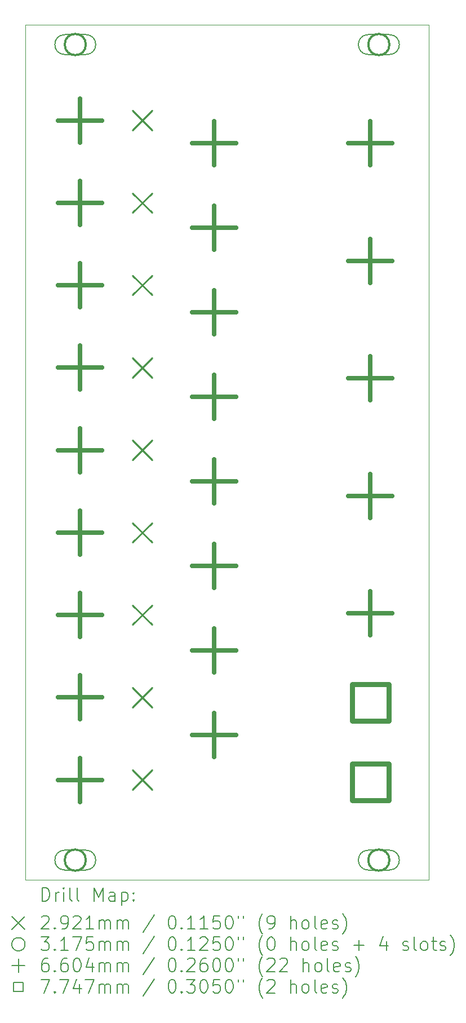
<source format=gbr>
%FSLAX45Y45*%
G04 Gerber Fmt 4.5, Leading zero omitted, Abs format (unit mm)*
G04 Created by KiCad (PCBNEW (5.99.0-11177-g6c67dfa032)) date 2021-08-04 17:18:42*
%MOMM*%
%LPD*%
G01*
G04 APERTURE LIST*
%TA.AperFunction,Profile*%
%ADD10C,0.100000*%
%TD*%
%ADD11C,0.200000*%
%ADD12C,0.292100*%
%ADD13C,0.317500*%
%ADD14C,0.660400*%
%ADD15C,0.774700*%
G04 APERTURE END LIST*
D10*
X0Y12850000D02*
X0Y0D01*
X0Y0D02*
X6060000Y0D01*
X0Y12850000D02*
X6060000Y12850000D01*
X6060000Y12850000D02*
X6060000Y0D01*
D11*
D12*
X1611410Y11555800D02*
X1903510Y11263700D01*
X1903510Y11555800D02*
X1611410Y11263700D01*
X1611410Y10317550D02*
X1903510Y10025450D01*
X1903510Y10317550D02*
X1611410Y10025450D01*
X1611410Y9079300D02*
X1903510Y8787200D01*
X1903510Y9079300D02*
X1611410Y8787200D01*
X1611410Y7841050D02*
X1903510Y7548950D01*
X1903510Y7841050D02*
X1611410Y7548950D01*
X1611410Y6602800D02*
X1903510Y6310700D01*
X1903510Y6602800D02*
X1611410Y6310700D01*
X1611410Y5364550D02*
X1903510Y5072450D01*
X1903510Y5364550D02*
X1611410Y5072450D01*
X1611410Y4126300D02*
X1903510Y3834200D01*
X1903510Y4126300D02*
X1611410Y3834200D01*
X1611410Y2888050D02*
X1903510Y2595950D01*
X1903510Y2888050D02*
X1611410Y2595950D01*
X1611410Y1649800D02*
X1903510Y1357700D01*
X1903510Y1649800D02*
X1611410Y1357700D01*
D13*
X908050Y12550280D02*
G75*
G03*
X908050Y12550280I-158750J0D01*
G01*
D11*
X590550Y12401530D02*
X908050Y12401530D01*
X590550Y12699030D02*
X908050Y12699030D01*
X908050Y12401530D02*
G75*
G03*
X908050Y12699030I0J148750D01*
G01*
X590550Y12699030D02*
G75*
G03*
X590550Y12401530I0J-148750D01*
G01*
D13*
X908050Y299720D02*
G75*
G03*
X908050Y299720I-158750J0D01*
G01*
D11*
X590550Y150970D02*
X908050Y150970D01*
X590550Y448470D02*
X908050Y448470D01*
X908050Y150970D02*
G75*
G03*
X908050Y448470I0J148750D01*
G01*
X590550Y448470D02*
G75*
G03*
X590550Y150970I0J-148750D01*
G01*
D13*
X5469450Y12550280D02*
G75*
G03*
X5469450Y12550280I-158750J0D01*
G01*
D11*
X5151950Y12401530D02*
X5469450Y12401530D01*
X5151950Y12699030D02*
X5469450Y12699030D01*
X5469450Y12401530D02*
G75*
G03*
X5469450Y12699030I0J148750D01*
G01*
X5151950Y12699030D02*
G75*
G03*
X5151950Y12401530I0J-148750D01*
G01*
D13*
X5469450Y299720D02*
G75*
G03*
X5469450Y299720I-158750J0D01*
G01*
D11*
X5151950Y150970D02*
X5469450Y150970D01*
X5151950Y448470D02*
X5469450Y448470D01*
X5469450Y150970D02*
G75*
G03*
X5469450Y448470I0J148750D01*
G01*
X5151950Y448470D02*
G75*
G03*
X5151950Y150970I0J-148750D01*
G01*
D14*
X824400Y11739950D02*
X824400Y11079550D01*
X494200Y11409750D02*
X1154600Y11409750D01*
X824400Y10501700D02*
X824400Y9841300D01*
X494200Y10171500D02*
X1154600Y10171500D01*
X824400Y9263450D02*
X824400Y8603050D01*
X494200Y8933250D02*
X1154600Y8933250D01*
X824400Y8025200D02*
X824400Y7364800D01*
X494200Y7695000D02*
X1154600Y7695000D01*
X824400Y6786950D02*
X824400Y6126550D01*
X494200Y6456750D02*
X1154600Y6456750D01*
X824400Y5548700D02*
X824400Y4888300D01*
X494200Y5218500D02*
X1154600Y5218500D01*
X824400Y4310450D02*
X824400Y3650050D01*
X494200Y3980250D02*
X1154600Y3980250D01*
X824400Y3072200D02*
X824400Y2411800D01*
X494200Y2742000D02*
X1154600Y2742000D01*
X824400Y1833950D02*
X824400Y1173550D01*
X494200Y1503750D02*
X1154600Y1503750D01*
X2834420Y11395780D02*
X2834420Y10735380D01*
X2504220Y11065580D02*
X3164620Y11065580D01*
X2834420Y10125780D02*
X2834420Y9465380D01*
X2504220Y9795580D02*
X3164620Y9795580D01*
X2834420Y8855780D02*
X2834420Y8195380D01*
X2504220Y8525580D02*
X3164620Y8525580D01*
X2834420Y7585780D02*
X2834420Y6925380D01*
X2504220Y7255580D02*
X3164620Y7255580D01*
X2834420Y6315780D02*
X2834420Y5655380D01*
X2504220Y5985580D02*
X3164620Y5985580D01*
X2834420Y5045780D02*
X2834420Y4385380D01*
X2504220Y4715580D02*
X3164620Y4715580D01*
X2834420Y3775780D02*
X2834420Y3115380D01*
X2504220Y3445580D02*
X3164620Y3445580D01*
X2834420Y2505780D02*
X2834420Y1845380D01*
X2504220Y2175580D02*
X3164620Y2175580D01*
X5183920Y11395780D02*
X5183920Y10735380D01*
X4853720Y11065580D02*
X5514120Y11065580D01*
X5183920Y9630480D02*
X5183920Y8970080D01*
X4853720Y9300280D02*
X5514120Y9300280D01*
X5183920Y7865180D02*
X5183920Y7204780D01*
X4853720Y7534980D02*
X5514120Y7534980D01*
X5183920Y6099880D02*
X5183920Y5439480D01*
X4853720Y5769680D02*
X5514120Y5769680D01*
X5183920Y4334580D02*
X5183920Y3674180D01*
X4853720Y4004380D02*
X5514120Y4004380D01*
D15*
X5457820Y2389360D02*
X5457820Y2937160D01*
X4910020Y2937160D01*
X4910020Y2389360D01*
X5457820Y2389360D01*
X5457820Y1195560D02*
X5457820Y1743360D01*
X4910020Y1743360D01*
X4910020Y1195560D01*
X5457820Y1195560D01*
D11*
X252619Y-315476D02*
X252619Y-115476D01*
X300238Y-115476D01*
X328810Y-125000D01*
X347857Y-144048D01*
X357381Y-163095D01*
X366905Y-201190D01*
X366905Y-229762D01*
X357381Y-267857D01*
X347857Y-286905D01*
X328810Y-305952D01*
X300238Y-315476D01*
X252619Y-315476D01*
X452619Y-315476D02*
X452619Y-182143D01*
X452619Y-220238D02*
X462143Y-201190D01*
X471667Y-191667D01*
X490714Y-182143D01*
X509762Y-182143D01*
X576429Y-315476D02*
X576429Y-182143D01*
X576429Y-115476D02*
X566905Y-125000D01*
X576429Y-134524D01*
X585952Y-125000D01*
X576429Y-115476D01*
X576429Y-134524D01*
X700238Y-315476D02*
X681190Y-305952D01*
X671667Y-286905D01*
X671667Y-115476D01*
X805000Y-315476D02*
X785952Y-305952D01*
X776428Y-286905D01*
X776428Y-115476D01*
X1033571Y-315476D02*
X1033571Y-115476D01*
X1100238Y-258333D01*
X1166905Y-115476D01*
X1166905Y-315476D01*
X1347857Y-315476D02*
X1347857Y-210714D01*
X1338333Y-191667D01*
X1319286Y-182143D01*
X1281190Y-182143D01*
X1262143Y-191667D01*
X1347857Y-305952D02*
X1328810Y-315476D01*
X1281190Y-315476D01*
X1262143Y-305952D01*
X1252619Y-286905D01*
X1252619Y-267857D01*
X1262143Y-248809D01*
X1281190Y-239286D01*
X1328810Y-239286D01*
X1347857Y-229762D01*
X1443095Y-182143D02*
X1443095Y-382143D01*
X1443095Y-191667D02*
X1462143Y-182143D01*
X1500238Y-182143D01*
X1519286Y-191667D01*
X1528809Y-201190D01*
X1538333Y-220238D01*
X1538333Y-277381D01*
X1528809Y-296429D01*
X1519286Y-305952D01*
X1500238Y-315476D01*
X1462143Y-315476D01*
X1443095Y-305952D01*
X1624048Y-296429D02*
X1633571Y-305952D01*
X1624048Y-315476D01*
X1614524Y-305952D01*
X1624048Y-296429D01*
X1624048Y-315476D01*
X1624048Y-191667D02*
X1633571Y-201190D01*
X1624048Y-210714D01*
X1614524Y-201190D01*
X1624048Y-191667D01*
X1624048Y-210714D01*
X-205000Y-545000D02*
X-5000Y-745000D01*
X-5000Y-545000D02*
X-205000Y-745000D01*
X243095Y-554524D02*
X252619Y-545000D01*
X271667Y-535476D01*
X319286Y-535476D01*
X338333Y-545000D01*
X347857Y-554524D01*
X357381Y-573571D01*
X357381Y-592619D01*
X347857Y-621190D01*
X233571Y-735476D01*
X357381Y-735476D01*
X443095Y-716428D02*
X452619Y-725952D01*
X443095Y-735476D01*
X433571Y-725952D01*
X443095Y-716428D01*
X443095Y-735476D01*
X547857Y-735476D02*
X585952Y-735476D01*
X605000Y-725952D01*
X614524Y-716428D01*
X633571Y-687857D01*
X643095Y-649762D01*
X643095Y-573571D01*
X633571Y-554524D01*
X624048Y-545000D01*
X605000Y-535476D01*
X566905Y-535476D01*
X547857Y-545000D01*
X538333Y-554524D01*
X528810Y-573571D01*
X528810Y-621190D01*
X538333Y-640238D01*
X547857Y-649762D01*
X566905Y-659286D01*
X605000Y-659286D01*
X624048Y-649762D01*
X633571Y-640238D01*
X643095Y-621190D01*
X719286Y-554524D02*
X728809Y-545000D01*
X747857Y-535476D01*
X795476Y-535476D01*
X814524Y-545000D01*
X824048Y-554524D01*
X833571Y-573571D01*
X833571Y-592619D01*
X824048Y-621190D01*
X709762Y-735476D01*
X833571Y-735476D01*
X1024048Y-735476D02*
X909762Y-735476D01*
X966905Y-735476D02*
X966905Y-535476D01*
X947857Y-564048D01*
X928809Y-583095D01*
X909762Y-592619D01*
X1109762Y-735476D02*
X1109762Y-602143D01*
X1109762Y-621190D02*
X1119286Y-611667D01*
X1138333Y-602143D01*
X1166905Y-602143D01*
X1185952Y-611667D01*
X1195476Y-630714D01*
X1195476Y-735476D01*
X1195476Y-630714D02*
X1205000Y-611667D01*
X1224048Y-602143D01*
X1252619Y-602143D01*
X1271667Y-611667D01*
X1281190Y-630714D01*
X1281190Y-735476D01*
X1376429Y-735476D02*
X1376429Y-602143D01*
X1376429Y-621190D02*
X1385952Y-611667D01*
X1405000Y-602143D01*
X1433571Y-602143D01*
X1452619Y-611667D01*
X1462143Y-630714D01*
X1462143Y-735476D01*
X1462143Y-630714D02*
X1471667Y-611667D01*
X1490714Y-602143D01*
X1519286Y-602143D01*
X1538333Y-611667D01*
X1547857Y-630714D01*
X1547857Y-735476D01*
X1938333Y-525952D02*
X1766905Y-783095D01*
X2195476Y-535476D02*
X2214524Y-535476D01*
X2233571Y-545000D01*
X2243095Y-554524D01*
X2252619Y-573571D01*
X2262143Y-611667D01*
X2262143Y-659286D01*
X2252619Y-697381D01*
X2243095Y-716428D01*
X2233571Y-725952D01*
X2214524Y-735476D01*
X2195476Y-735476D01*
X2176429Y-725952D01*
X2166905Y-716428D01*
X2157381Y-697381D01*
X2147857Y-659286D01*
X2147857Y-611667D01*
X2157381Y-573571D01*
X2166905Y-554524D01*
X2176429Y-545000D01*
X2195476Y-535476D01*
X2347857Y-716428D02*
X2357381Y-725952D01*
X2347857Y-735476D01*
X2338333Y-725952D01*
X2347857Y-716428D01*
X2347857Y-735476D01*
X2547857Y-735476D02*
X2433571Y-735476D01*
X2490714Y-735476D02*
X2490714Y-535476D01*
X2471667Y-564048D01*
X2452619Y-583095D01*
X2433571Y-592619D01*
X2738333Y-735476D02*
X2624048Y-735476D01*
X2681190Y-735476D02*
X2681190Y-535476D01*
X2662143Y-564048D01*
X2643095Y-583095D01*
X2624048Y-592619D01*
X2919286Y-535476D02*
X2824048Y-535476D01*
X2814524Y-630714D01*
X2824048Y-621190D01*
X2843095Y-611667D01*
X2890714Y-611667D01*
X2909762Y-621190D01*
X2919286Y-630714D01*
X2928809Y-649762D01*
X2928809Y-697381D01*
X2919286Y-716428D01*
X2909762Y-725952D01*
X2890714Y-735476D01*
X2843095Y-735476D01*
X2824048Y-725952D01*
X2814524Y-716428D01*
X3052619Y-535476D02*
X3071667Y-535476D01*
X3090714Y-545000D01*
X3100238Y-554524D01*
X3109762Y-573571D01*
X3119286Y-611667D01*
X3119286Y-659286D01*
X3109762Y-697381D01*
X3100238Y-716428D01*
X3090714Y-725952D01*
X3071667Y-735476D01*
X3052619Y-735476D01*
X3033571Y-725952D01*
X3024048Y-716428D01*
X3014524Y-697381D01*
X3005000Y-659286D01*
X3005000Y-611667D01*
X3014524Y-573571D01*
X3024048Y-554524D01*
X3033571Y-545000D01*
X3052619Y-535476D01*
X3195476Y-535476D02*
X3195476Y-573571D01*
X3271667Y-535476D02*
X3271667Y-573571D01*
X3566905Y-811667D02*
X3557381Y-802143D01*
X3538333Y-773571D01*
X3528809Y-754524D01*
X3519286Y-725952D01*
X3509762Y-678333D01*
X3509762Y-640238D01*
X3519286Y-592619D01*
X3528809Y-564048D01*
X3538333Y-545000D01*
X3557381Y-516428D01*
X3566905Y-506905D01*
X3652619Y-735476D02*
X3690714Y-735476D01*
X3709762Y-725952D01*
X3719286Y-716428D01*
X3738333Y-687857D01*
X3747857Y-649762D01*
X3747857Y-573571D01*
X3738333Y-554524D01*
X3728809Y-545000D01*
X3709762Y-535476D01*
X3671667Y-535476D01*
X3652619Y-545000D01*
X3643095Y-554524D01*
X3633571Y-573571D01*
X3633571Y-621190D01*
X3643095Y-640238D01*
X3652619Y-649762D01*
X3671667Y-659286D01*
X3709762Y-659286D01*
X3728809Y-649762D01*
X3738333Y-640238D01*
X3747857Y-621190D01*
X3985952Y-735476D02*
X3985952Y-535476D01*
X4071667Y-735476D02*
X4071667Y-630714D01*
X4062143Y-611667D01*
X4043095Y-602143D01*
X4014524Y-602143D01*
X3995476Y-611667D01*
X3985952Y-621190D01*
X4195476Y-735476D02*
X4176428Y-725952D01*
X4166905Y-716428D01*
X4157381Y-697381D01*
X4157381Y-640238D01*
X4166905Y-621190D01*
X4176428Y-611667D01*
X4195476Y-602143D01*
X4224048Y-602143D01*
X4243095Y-611667D01*
X4252619Y-621190D01*
X4262143Y-640238D01*
X4262143Y-697381D01*
X4252619Y-716428D01*
X4243095Y-725952D01*
X4224048Y-735476D01*
X4195476Y-735476D01*
X4376429Y-735476D02*
X4357381Y-725952D01*
X4347857Y-706905D01*
X4347857Y-535476D01*
X4528810Y-725952D02*
X4509762Y-735476D01*
X4471667Y-735476D01*
X4452619Y-725952D01*
X4443095Y-706905D01*
X4443095Y-630714D01*
X4452619Y-611667D01*
X4471667Y-602143D01*
X4509762Y-602143D01*
X4528810Y-611667D01*
X4538333Y-630714D01*
X4538333Y-649762D01*
X4443095Y-668810D01*
X4614524Y-725952D02*
X4633571Y-735476D01*
X4671667Y-735476D01*
X4690714Y-725952D01*
X4700238Y-706905D01*
X4700238Y-697381D01*
X4690714Y-678333D01*
X4671667Y-668810D01*
X4643095Y-668810D01*
X4624048Y-659286D01*
X4614524Y-640238D01*
X4614524Y-630714D01*
X4624048Y-611667D01*
X4643095Y-602143D01*
X4671667Y-602143D01*
X4690714Y-611667D01*
X4766905Y-811667D02*
X4776429Y-802143D01*
X4795476Y-773571D01*
X4805000Y-754524D01*
X4814524Y-725952D01*
X4824048Y-678333D01*
X4824048Y-640238D01*
X4814524Y-592619D01*
X4805000Y-564048D01*
X4795476Y-545000D01*
X4776429Y-516428D01*
X4766905Y-506905D01*
X-5000Y-965000D02*
G75*
G03*
X-5000Y-965000I-100000J0D01*
G01*
X233571Y-855476D02*
X357381Y-855476D01*
X290714Y-931667D01*
X319286Y-931667D01*
X338333Y-941190D01*
X347857Y-950714D01*
X357381Y-969762D01*
X357381Y-1017381D01*
X347857Y-1036428D01*
X338333Y-1045952D01*
X319286Y-1055476D01*
X262143Y-1055476D01*
X243095Y-1045952D01*
X233571Y-1036428D01*
X443095Y-1036428D02*
X452619Y-1045952D01*
X443095Y-1055476D01*
X433571Y-1045952D01*
X443095Y-1036428D01*
X443095Y-1055476D01*
X643095Y-1055476D02*
X528810Y-1055476D01*
X585952Y-1055476D02*
X585952Y-855476D01*
X566905Y-884048D01*
X547857Y-903095D01*
X528810Y-912619D01*
X709762Y-855476D02*
X843095Y-855476D01*
X757381Y-1055476D01*
X1014524Y-855476D02*
X919286Y-855476D01*
X909762Y-950714D01*
X919286Y-941190D01*
X938333Y-931667D01*
X985952Y-931667D01*
X1005000Y-941190D01*
X1014524Y-950714D01*
X1024048Y-969762D01*
X1024048Y-1017381D01*
X1014524Y-1036428D01*
X1005000Y-1045952D01*
X985952Y-1055476D01*
X938333Y-1055476D01*
X919286Y-1045952D01*
X909762Y-1036428D01*
X1109762Y-1055476D02*
X1109762Y-922143D01*
X1109762Y-941190D02*
X1119286Y-931667D01*
X1138333Y-922143D01*
X1166905Y-922143D01*
X1185952Y-931667D01*
X1195476Y-950714D01*
X1195476Y-1055476D01*
X1195476Y-950714D02*
X1205000Y-931667D01*
X1224048Y-922143D01*
X1252619Y-922143D01*
X1271667Y-931667D01*
X1281190Y-950714D01*
X1281190Y-1055476D01*
X1376429Y-1055476D02*
X1376429Y-922143D01*
X1376429Y-941190D02*
X1385952Y-931667D01*
X1405000Y-922143D01*
X1433571Y-922143D01*
X1452619Y-931667D01*
X1462143Y-950714D01*
X1462143Y-1055476D01*
X1462143Y-950714D02*
X1471667Y-931667D01*
X1490714Y-922143D01*
X1519286Y-922143D01*
X1538333Y-931667D01*
X1547857Y-950714D01*
X1547857Y-1055476D01*
X1938333Y-845952D02*
X1766905Y-1103095D01*
X2195476Y-855476D02*
X2214524Y-855476D01*
X2233571Y-865000D01*
X2243095Y-874524D01*
X2252619Y-893571D01*
X2262143Y-931667D01*
X2262143Y-979286D01*
X2252619Y-1017381D01*
X2243095Y-1036428D01*
X2233571Y-1045952D01*
X2214524Y-1055476D01*
X2195476Y-1055476D01*
X2176429Y-1045952D01*
X2166905Y-1036428D01*
X2157381Y-1017381D01*
X2147857Y-979286D01*
X2147857Y-931667D01*
X2157381Y-893571D01*
X2166905Y-874524D01*
X2176429Y-865000D01*
X2195476Y-855476D01*
X2347857Y-1036428D02*
X2357381Y-1045952D01*
X2347857Y-1055476D01*
X2338333Y-1045952D01*
X2347857Y-1036428D01*
X2347857Y-1055476D01*
X2547857Y-1055476D02*
X2433571Y-1055476D01*
X2490714Y-1055476D02*
X2490714Y-855476D01*
X2471667Y-884048D01*
X2452619Y-903095D01*
X2433571Y-912619D01*
X2624048Y-874524D02*
X2633571Y-865000D01*
X2652619Y-855476D01*
X2700238Y-855476D01*
X2719286Y-865000D01*
X2728810Y-874524D01*
X2738333Y-893571D01*
X2738333Y-912619D01*
X2728810Y-941190D01*
X2614524Y-1055476D01*
X2738333Y-1055476D01*
X2919286Y-855476D02*
X2824048Y-855476D01*
X2814524Y-950714D01*
X2824048Y-941190D01*
X2843095Y-931667D01*
X2890714Y-931667D01*
X2909762Y-941190D01*
X2919286Y-950714D01*
X2928809Y-969762D01*
X2928809Y-1017381D01*
X2919286Y-1036428D01*
X2909762Y-1045952D01*
X2890714Y-1055476D01*
X2843095Y-1055476D01*
X2824048Y-1045952D01*
X2814524Y-1036428D01*
X3052619Y-855476D02*
X3071667Y-855476D01*
X3090714Y-865000D01*
X3100238Y-874524D01*
X3109762Y-893571D01*
X3119286Y-931667D01*
X3119286Y-979286D01*
X3109762Y-1017381D01*
X3100238Y-1036428D01*
X3090714Y-1045952D01*
X3071667Y-1055476D01*
X3052619Y-1055476D01*
X3033571Y-1045952D01*
X3024048Y-1036428D01*
X3014524Y-1017381D01*
X3005000Y-979286D01*
X3005000Y-931667D01*
X3014524Y-893571D01*
X3024048Y-874524D01*
X3033571Y-865000D01*
X3052619Y-855476D01*
X3195476Y-855476D02*
X3195476Y-893571D01*
X3271667Y-855476D02*
X3271667Y-893571D01*
X3566905Y-1131667D02*
X3557381Y-1122143D01*
X3538333Y-1093571D01*
X3528809Y-1074524D01*
X3519286Y-1045952D01*
X3509762Y-998333D01*
X3509762Y-960238D01*
X3519286Y-912619D01*
X3528809Y-884048D01*
X3538333Y-865000D01*
X3557381Y-836428D01*
X3566905Y-826905D01*
X3681190Y-855476D02*
X3700238Y-855476D01*
X3719286Y-865000D01*
X3728809Y-874524D01*
X3738333Y-893571D01*
X3747857Y-931667D01*
X3747857Y-979286D01*
X3738333Y-1017381D01*
X3728809Y-1036428D01*
X3719286Y-1045952D01*
X3700238Y-1055476D01*
X3681190Y-1055476D01*
X3662143Y-1045952D01*
X3652619Y-1036428D01*
X3643095Y-1017381D01*
X3633571Y-979286D01*
X3633571Y-931667D01*
X3643095Y-893571D01*
X3652619Y-874524D01*
X3662143Y-865000D01*
X3681190Y-855476D01*
X3985952Y-1055476D02*
X3985952Y-855476D01*
X4071667Y-1055476D02*
X4071667Y-950714D01*
X4062143Y-931667D01*
X4043095Y-922143D01*
X4014524Y-922143D01*
X3995476Y-931667D01*
X3985952Y-941190D01*
X4195476Y-1055476D02*
X4176428Y-1045952D01*
X4166905Y-1036428D01*
X4157381Y-1017381D01*
X4157381Y-960238D01*
X4166905Y-941190D01*
X4176428Y-931667D01*
X4195476Y-922143D01*
X4224048Y-922143D01*
X4243095Y-931667D01*
X4252619Y-941190D01*
X4262143Y-960238D01*
X4262143Y-1017381D01*
X4252619Y-1036428D01*
X4243095Y-1045952D01*
X4224048Y-1055476D01*
X4195476Y-1055476D01*
X4376429Y-1055476D02*
X4357381Y-1045952D01*
X4347857Y-1026905D01*
X4347857Y-855476D01*
X4528810Y-1045952D02*
X4509762Y-1055476D01*
X4471667Y-1055476D01*
X4452619Y-1045952D01*
X4443095Y-1026905D01*
X4443095Y-950714D01*
X4452619Y-931667D01*
X4471667Y-922143D01*
X4509762Y-922143D01*
X4528810Y-931667D01*
X4538333Y-950714D01*
X4538333Y-969762D01*
X4443095Y-988809D01*
X4614524Y-1045952D02*
X4633571Y-1055476D01*
X4671667Y-1055476D01*
X4690714Y-1045952D01*
X4700238Y-1026905D01*
X4700238Y-1017381D01*
X4690714Y-998333D01*
X4671667Y-988809D01*
X4643095Y-988809D01*
X4624048Y-979286D01*
X4614524Y-960238D01*
X4614524Y-950714D01*
X4624048Y-931667D01*
X4643095Y-922143D01*
X4671667Y-922143D01*
X4690714Y-931667D01*
X4938333Y-979286D02*
X5090714Y-979286D01*
X5014524Y-1055476D02*
X5014524Y-903095D01*
X5424048Y-922143D02*
X5424048Y-1055476D01*
X5376429Y-845952D02*
X5328810Y-988809D01*
X5452619Y-988809D01*
X5671667Y-1045952D02*
X5690714Y-1055476D01*
X5728809Y-1055476D01*
X5747857Y-1045952D01*
X5757381Y-1026905D01*
X5757381Y-1017381D01*
X5747857Y-998333D01*
X5728809Y-988809D01*
X5700238Y-988809D01*
X5681190Y-979286D01*
X5671667Y-960238D01*
X5671667Y-950714D01*
X5681190Y-931667D01*
X5700238Y-922143D01*
X5728809Y-922143D01*
X5747857Y-931667D01*
X5871667Y-1055476D02*
X5852619Y-1045952D01*
X5843095Y-1026905D01*
X5843095Y-855476D01*
X5976428Y-1055476D02*
X5957381Y-1045952D01*
X5947857Y-1036428D01*
X5938333Y-1017381D01*
X5938333Y-960238D01*
X5947857Y-941190D01*
X5957381Y-931667D01*
X5976428Y-922143D01*
X6005000Y-922143D01*
X6024048Y-931667D01*
X6033571Y-941190D01*
X6043095Y-960238D01*
X6043095Y-1017381D01*
X6033571Y-1036428D01*
X6024048Y-1045952D01*
X6005000Y-1055476D01*
X5976428Y-1055476D01*
X6100238Y-922143D02*
X6176428Y-922143D01*
X6128809Y-855476D02*
X6128809Y-1026905D01*
X6138333Y-1045952D01*
X6157381Y-1055476D01*
X6176428Y-1055476D01*
X6233571Y-1045952D02*
X6252619Y-1055476D01*
X6290714Y-1055476D01*
X6309762Y-1045952D01*
X6319286Y-1026905D01*
X6319286Y-1017381D01*
X6309762Y-998333D01*
X6290714Y-988809D01*
X6262143Y-988809D01*
X6243095Y-979286D01*
X6233571Y-960238D01*
X6233571Y-950714D01*
X6243095Y-931667D01*
X6262143Y-922143D01*
X6290714Y-922143D01*
X6309762Y-931667D01*
X6385952Y-1131667D02*
X6395476Y-1122143D01*
X6414524Y-1093571D01*
X6424048Y-1074524D01*
X6433571Y-1045952D01*
X6443095Y-998333D01*
X6443095Y-960238D01*
X6433571Y-912619D01*
X6424048Y-884048D01*
X6414524Y-865000D01*
X6395476Y-836428D01*
X6385952Y-826905D01*
X-105000Y-1185000D02*
X-105000Y-1385000D01*
X-205000Y-1285000D02*
X-5000Y-1285000D01*
X338333Y-1175476D02*
X300238Y-1175476D01*
X281190Y-1185000D01*
X271667Y-1194524D01*
X252619Y-1223095D01*
X243095Y-1261190D01*
X243095Y-1337381D01*
X252619Y-1356429D01*
X262143Y-1365952D01*
X281190Y-1375476D01*
X319286Y-1375476D01*
X338333Y-1365952D01*
X347857Y-1356429D01*
X357381Y-1337381D01*
X357381Y-1289762D01*
X347857Y-1270714D01*
X338333Y-1261190D01*
X319286Y-1251667D01*
X281190Y-1251667D01*
X262143Y-1261190D01*
X252619Y-1270714D01*
X243095Y-1289762D01*
X443095Y-1356429D02*
X452619Y-1365952D01*
X443095Y-1375476D01*
X433571Y-1365952D01*
X443095Y-1356429D01*
X443095Y-1375476D01*
X624048Y-1175476D02*
X585952Y-1175476D01*
X566905Y-1185000D01*
X557381Y-1194524D01*
X538333Y-1223095D01*
X528810Y-1261190D01*
X528810Y-1337381D01*
X538333Y-1356429D01*
X547857Y-1365952D01*
X566905Y-1375476D01*
X605000Y-1375476D01*
X624048Y-1365952D01*
X633571Y-1356429D01*
X643095Y-1337381D01*
X643095Y-1289762D01*
X633571Y-1270714D01*
X624048Y-1261190D01*
X605000Y-1251667D01*
X566905Y-1251667D01*
X547857Y-1261190D01*
X538333Y-1270714D01*
X528810Y-1289762D01*
X766905Y-1175476D02*
X785952Y-1175476D01*
X805000Y-1185000D01*
X814524Y-1194524D01*
X824048Y-1213571D01*
X833571Y-1251667D01*
X833571Y-1299286D01*
X824048Y-1337381D01*
X814524Y-1356429D01*
X805000Y-1365952D01*
X785952Y-1375476D01*
X766905Y-1375476D01*
X747857Y-1365952D01*
X738333Y-1356429D01*
X728809Y-1337381D01*
X719286Y-1299286D01*
X719286Y-1251667D01*
X728809Y-1213571D01*
X738333Y-1194524D01*
X747857Y-1185000D01*
X766905Y-1175476D01*
X1005000Y-1242143D02*
X1005000Y-1375476D01*
X957381Y-1165952D02*
X909762Y-1308810D01*
X1033571Y-1308810D01*
X1109762Y-1375476D02*
X1109762Y-1242143D01*
X1109762Y-1261190D02*
X1119286Y-1251667D01*
X1138333Y-1242143D01*
X1166905Y-1242143D01*
X1185952Y-1251667D01*
X1195476Y-1270714D01*
X1195476Y-1375476D01*
X1195476Y-1270714D02*
X1205000Y-1251667D01*
X1224048Y-1242143D01*
X1252619Y-1242143D01*
X1271667Y-1251667D01*
X1281190Y-1270714D01*
X1281190Y-1375476D01*
X1376429Y-1375476D02*
X1376429Y-1242143D01*
X1376429Y-1261190D02*
X1385952Y-1251667D01*
X1405000Y-1242143D01*
X1433571Y-1242143D01*
X1452619Y-1251667D01*
X1462143Y-1270714D01*
X1462143Y-1375476D01*
X1462143Y-1270714D02*
X1471667Y-1251667D01*
X1490714Y-1242143D01*
X1519286Y-1242143D01*
X1538333Y-1251667D01*
X1547857Y-1270714D01*
X1547857Y-1375476D01*
X1938333Y-1165952D02*
X1766905Y-1423095D01*
X2195476Y-1175476D02*
X2214524Y-1175476D01*
X2233571Y-1185000D01*
X2243095Y-1194524D01*
X2252619Y-1213571D01*
X2262143Y-1251667D01*
X2262143Y-1299286D01*
X2252619Y-1337381D01*
X2243095Y-1356429D01*
X2233571Y-1365952D01*
X2214524Y-1375476D01*
X2195476Y-1375476D01*
X2176429Y-1365952D01*
X2166905Y-1356429D01*
X2157381Y-1337381D01*
X2147857Y-1299286D01*
X2147857Y-1251667D01*
X2157381Y-1213571D01*
X2166905Y-1194524D01*
X2176429Y-1185000D01*
X2195476Y-1175476D01*
X2347857Y-1356429D02*
X2357381Y-1365952D01*
X2347857Y-1375476D01*
X2338333Y-1365952D01*
X2347857Y-1356429D01*
X2347857Y-1375476D01*
X2433571Y-1194524D02*
X2443095Y-1185000D01*
X2462143Y-1175476D01*
X2509762Y-1175476D01*
X2528810Y-1185000D01*
X2538333Y-1194524D01*
X2547857Y-1213571D01*
X2547857Y-1232619D01*
X2538333Y-1261190D01*
X2424048Y-1375476D01*
X2547857Y-1375476D01*
X2719286Y-1175476D02*
X2681190Y-1175476D01*
X2662143Y-1185000D01*
X2652619Y-1194524D01*
X2633571Y-1223095D01*
X2624048Y-1261190D01*
X2624048Y-1337381D01*
X2633571Y-1356429D01*
X2643095Y-1365952D01*
X2662143Y-1375476D01*
X2700238Y-1375476D01*
X2719286Y-1365952D01*
X2728810Y-1356429D01*
X2738333Y-1337381D01*
X2738333Y-1289762D01*
X2728810Y-1270714D01*
X2719286Y-1261190D01*
X2700238Y-1251667D01*
X2662143Y-1251667D01*
X2643095Y-1261190D01*
X2633571Y-1270714D01*
X2624048Y-1289762D01*
X2862143Y-1175476D02*
X2881190Y-1175476D01*
X2900238Y-1185000D01*
X2909762Y-1194524D01*
X2919286Y-1213571D01*
X2928809Y-1251667D01*
X2928809Y-1299286D01*
X2919286Y-1337381D01*
X2909762Y-1356429D01*
X2900238Y-1365952D01*
X2881190Y-1375476D01*
X2862143Y-1375476D01*
X2843095Y-1365952D01*
X2833571Y-1356429D01*
X2824048Y-1337381D01*
X2814524Y-1299286D01*
X2814524Y-1251667D01*
X2824048Y-1213571D01*
X2833571Y-1194524D01*
X2843095Y-1185000D01*
X2862143Y-1175476D01*
X3052619Y-1175476D02*
X3071667Y-1175476D01*
X3090714Y-1185000D01*
X3100238Y-1194524D01*
X3109762Y-1213571D01*
X3119286Y-1251667D01*
X3119286Y-1299286D01*
X3109762Y-1337381D01*
X3100238Y-1356429D01*
X3090714Y-1365952D01*
X3071667Y-1375476D01*
X3052619Y-1375476D01*
X3033571Y-1365952D01*
X3024048Y-1356429D01*
X3014524Y-1337381D01*
X3005000Y-1299286D01*
X3005000Y-1251667D01*
X3014524Y-1213571D01*
X3024048Y-1194524D01*
X3033571Y-1185000D01*
X3052619Y-1175476D01*
X3195476Y-1175476D02*
X3195476Y-1213571D01*
X3271667Y-1175476D02*
X3271667Y-1213571D01*
X3566905Y-1451667D02*
X3557381Y-1442143D01*
X3538333Y-1413571D01*
X3528809Y-1394524D01*
X3519286Y-1365952D01*
X3509762Y-1318333D01*
X3509762Y-1280238D01*
X3519286Y-1232619D01*
X3528809Y-1204048D01*
X3538333Y-1185000D01*
X3557381Y-1156429D01*
X3566905Y-1146905D01*
X3633571Y-1194524D02*
X3643095Y-1185000D01*
X3662143Y-1175476D01*
X3709762Y-1175476D01*
X3728809Y-1185000D01*
X3738333Y-1194524D01*
X3747857Y-1213571D01*
X3747857Y-1232619D01*
X3738333Y-1261190D01*
X3624048Y-1375476D01*
X3747857Y-1375476D01*
X3824048Y-1194524D02*
X3833571Y-1185000D01*
X3852619Y-1175476D01*
X3900238Y-1175476D01*
X3919286Y-1185000D01*
X3928809Y-1194524D01*
X3938333Y-1213571D01*
X3938333Y-1232619D01*
X3928809Y-1261190D01*
X3814524Y-1375476D01*
X3938333Y-1375476D01*
X4176428Y-1375476D02*
X4176428Y-1175476D01*
X4262143Y-1375476D02*
X4262143Y-1270714D01*
X4252619Y-1251667D01*
X4233571Y-1242143D01*
X4205000Y-1242143D01*
X4185952Y-1251667D01*
X4176428Y-1261190D01*
X4385952Y-1375476D02*
X4366905Y-1365952D01*
X4357381Y-1356429D01*
X4347857Y-1337381D01*
X4347857Y-1280238D01*
X4357381Y-1261190D01*
X4366905Y-1251667D01*
X4385952Y-1242143D01*
X4414524Y-1242143D01*
X4433571Y-1251667D01*
X4443095Y-1261190D01*
X4452619Y-1280238D01*
X4452619Y-1337381D01*
X4443095Y-1356429D01*
X4433571Y-1365952D01*
X4414524Y-1375476D01*
X4385952Y-1375476D01*
X4566905Y-1375476D02*
X4547857Y-1365952D01*
X4538333Y-1346905D01*
X4538333Y-1175476D01*
X4719286Y-1365952D02*
X4700238Y-1375476D01*
X4662143Y-1375476D01*
X4643095Y-1365952D01*
X4633571Y-1346905D01*
X4633571Y-1270714D01*
X4643095Y-1251667D01*
X4662143Y-1242143D01*
X4700238Y-1242143D01*
X4719286Y-1251667D01*
X4728810Y-1270714D01*
X4728810Y-1289762D01*
X4633571Y-1308810D01*
X4805000Y-1365952D02*
X4824048Y-1375476D01*
X4862143Y-1375476D01*
X4881190Y-1365952D01*
X4890714Y-1346905D01*
X4890714Y-1337381D01*
X4881190Y-1318333D01*
X4862143Y-1308810D01*
X4833571Y-1308810D01*
X4814524Y-1299286D01*
X4805000Y-1280238D01*
X4805000Y-1270714D01*
X4814524Y-1251667D01*
X4833571Y-1242143D01*
X4862143Y-1242143D01*
X4881190Y-1251667D01*
X4957381Y-1451667D02*
X4966905Y-1442143D01*
X4985952Y-1413571D01*
X4995476Y-1394524D01*
X5005000Y-1365952D01*
X5014524Y-1318333D01*
X5014524Y-1280238D01*
X5005000Y-1232619D01*
X4995476Y-1204048D01*
X4985952Y-1185000D01*
X4966905Y-1156429D01*
X4957381Y-1146905D01*
X-34289Y-1675711D02*
X-34289Y-1534289D01*
X-175711Y-1534289D01*
X-175711Y-1675711D01*
X-34289Y-1675711D01*
X233571Y-1495476D02*
X366905Y-1495476D01*
X281190Y-1695476D01*
X443095Y-1676428D02*
X452619Y-1685952D01*
X443095Y-1695476D01*
X433571Y-1685952D01*
X443095Y-1676428D01*
X443095Y-1695476D01*
X519286Y-1495476D02*
X652619Y-1495476D01*
X566905Y-1695476D01*
X814524Y-1562143D02*
X814524Y-1695476D01*
X766905Y-1485952D02*
X719286Y-1628809D01*
X843095Y-1628809D01*
X900238Y-1495476D02*
X1033571Y-1495476D01*
X947857Y-1695476D01*
X1109762Y-1695476D02*
X1109762Y-1562143D01*
X1109762Y-1581190D02*
X1119286Y-1571667D01*
X1138333Y-1562143D01*
X1166905Y-1562143D01*
X1185952Y-1571667D01*
X1195476Y-1590714D01*
X1195476Y-1695476D01*
X1195476Y-1590714D02*
X1205000Y-1571667D01*
X1224048Y-1562143D01*
X1252619Y-1562143D01*
X1271667Y-1571667D01*
X1281190Y-1590714D01*
X1281190Y-1695476D01*
X1376429Y-1695476D02*
X1376429Y-1562143D01*
X1376429Y-1581190D02*
X1385952Y-1571667D01*
X1405000Y-1562143D01*
X1433571Y-1562143D01*
X1452619Y-1571667D01*
X1462143Y-1590714D01*
X1462143Y-1695476D01*
X1462143Y-1590714D02*
X1471667Y-1571667D01*
X1490714Y-1562143D01*
X1519286Y-1562143D01*
X1538333Y-1571667D01*
X1547857Y-1590714D01*
X1547857Y-1695476D01*
X1938333Y-1485952D02*
X1766905Y-1743095D01*
X2195476Y-1495476D02*
X2214524Y-1495476D01*
X2233571Y-1505000D01*
X2243095Y-1514524D01*
X2252619Y-1533571D01*
X2262143Y-1571667D01*
X2262143Y-1619286D01*
X2252619Y-1657381D01*
X2243095Y-1676428D01*
X2233571Y-1685952D01*
X2214524Y-1695476D01*
X2195476Y-1695476D01*
X2176429Y-1685952D01*
X2166905Y-1676428D01*
X2157381Y-1657381D01*
X2147857Y-1619286D01*
X2147857Y-1571667D01*
X2157381Y-1533571D01*
X2166905Y-1514524D01*
X2176429Y-1505000D01*
X2195476Y-1495476D01*
X2347857Y-1676428D02*
X2357381Y-1685952D01*
X2347857Y-1695476D01*
X2338333Y-1685952D01*
X2347857Y-1676428D01*
X2347857Y-1695476D01*
X2424048Y-1495476D02*
X2547857Y-1495476D01*
X2481190Y-1571667D01*
X2509762Y-1571667D01*
X2528810Y-1581190D01*
X2538333Y-1590714D01*
X2547857Y-1609762D01*
X2547857Y-1657381D01*
X2538333Y-1676428D01*
X2528810Y-1685952D01*
X2509762Y-1695476D01*
X2452619Y-1695476D01*
X2433571Y-1685952D01*
X2424048Y-1676428D01*
X2671667Y-1495476D02*
X2690714Y-1495476D01*
X2709762Y-1505000D01*
X2719286Y-1514524D01*
X2728810Y-1533571D01*
X2738333Y-1571667D01*
X2738333Y-1619286D01*
X2728810Y-1657381D01*
X2719286Y-1676428D01*
X2709762Y-1685952D01*
X2690714Y-1695476D01*
X2671667Y-1695476D01*
X2652619Y-1685952D01*
X2643095Y-1676428D01*
X2633571Y-1657381D01*
X2624048Y-1619286D01*
X2624048Y-1571667D01*
X2633571Y-1533571D01*
X2643095Y-1514524D01*
X2652619Y-1505000D01*
X2671667Y-1495476D01*
X2919286Y-1495476D02*
X2824048Y-1495476D01*
X2814524Y-1590714D01*
X2824048Y-1581190D01*
X2843095Y-1571667D01*
X2890714Y-1571667D01*
X2909762Y-1581190D01*
X2919286Y-1590714D01*
X2928809Y-1609762D01*
X2928809Y-1657381D01*
X2919286Y-1676428D01*
X2909762Y-1685952D01*
X2890714Y-1695476D01*
X2843095Y-1695476D01*
X2824048Y-1685952D01*
X2814524Y-1676428D01*
X3052619Y-1495476D02*
X3071667Y-1495476D01*
X3090714Y-1505000D01*
X3100238Y-1514524D01*
X3109762Y-1533571D01*
X3119286Y-1571667D01*
X3119286Y-1619286D01*
X3109762Y-1657381D01*
X3100238Y-1676428D01*
X3090714Y-1685952D01*
X3071667Y-1695476D01*
X3052619Y-1695476D01*
X3033571Y-1685952D01*
X3024048Y-1676428D01*
X3014524Y-1657381D01*
X3005000Y-1619286D01*
X3005000Y-1571667D01*
X3014524Y-1533571D01*
X3024048Y-1514524D01*
X3033571Y-1505000D01*
X3052619Y-1495476D01*
X3195476Y-1495476D02*
X3195476Y-1533571D01*
X3271667Y-1495476D02*
X3271667Y-1533571D01*
X3566905Y-1771667D02*
X3557381Y-1762143D01*
X3538333Y-1733571D01*
X3528809Y-1714524D01*
X3519286Y-1685952D01*
X3509762Y-1638333D01*
X3509762Y-1600238D01*
X3519286Y-1552619D01*
X3528809Y-1524048D01*
X3538333Y-1505000D01*
X3557381Y-1476428D01*
X3566905Y-1466905D01*
X3633571Y-1514524D02*
X3643095Y-1505000D01*
X3662143Y-1495476D01*
X3709762Y-1495476D01*
X3728809Y-1505000D01*
X3738333Y-1514524D01*
X3747857Y-1533571D01*
X3747857Y-1552619D01*
X3738333Y-1581190D01*
X3624048Y-1695476D01*
X3747857Y-1695476D01*
X3985952Y-1695476D02*
X3985952Y-1495476D01*
X4071667Y-1695476D02*
X4071667Y-1590714D01*
X4062143Y-1571667D01*
X4043095Y-1562143D01*
X4014524Y-1562143D01*
X3995476Y-1571667D01*
X3985952Y-1581190D01*
X4195476Y-1695476D02*
X4176428Y-1685952D01*
X4166905Y-1676428D01*
X4157381Y-1657381D01*
X4157381Y-1600238D01*
X4166905Y-1581190D01*
X4176428Y-1571667D01*
X4195476Y-1562143D01*
X4224048Y-1562143D01*
X4243095Y-1571667D01*
X4252619Y-1581190D01*
X4262143Y-1600238D01*
X4262143Y-1657381D01*
X4252619Y-1676428D01*
X4243095Y-1685952D01*
X4224048Y-1695476D01*
X4195476Y-1695476D01*
X4376429Y-1695476D02*
X4357381Y-1685952D01*
X4347857Y-1666905D01*
X4347857Y-1495476D01*
X4528810Y-1685952D02*
X4509762Y-1695476D01*
X4471667Y-1695476D01*
X4452619Y-1685952D01*
X4443095Y-1666905D01*
X4443095Y-1590714D01*
X4452619Y-1571667D01*
X4471667Y-1562143D01*
X4509762Y-1562143D01*
X4528810Y-1571667D01*
X4538333Y-1590714D01*
X4538333Y-1609762D01*
X4443095Y-1628809D01*
X4614524Y-1685952D02*
X4633571Y-1695476D01*
X4671667Y-1695476D01*
X4690714Y-1685952D01*
X4700238Y-1666905D01*
X4700238Y-1657381D01*
X4690714Y-1638333D01*
X4671667Y-1628809D01*
X4643095Y-1628809D01*
X4624048Y-1619286D01*
X4614524Y-1600238D01*
X4614524Y-1590714D01*
X4624048Y-1571667D01*
X4643095Y-1562143D01*
X4671667Y-1562143D01*
X4690714Y-1571667D01*
X4766905Y-1771667D02*
X4776429Y-1762143D01*
X4795476Y-1733571D01*
X4805000Y-1714524D01*
X4814524Y-1685952D01*
X4824048Y-1638333D01*
X4824048Y-1600238D01*
X4814524Y-1552619D01*
X4805000Y-1524048D01*
X4795476Y-1505000D01*
X4776429Y-1476428D01*
X4766905Y-1466905D01*
M02*

</source>
